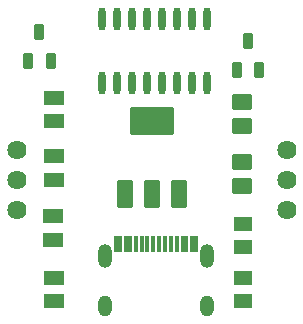
<source format=gts>
G04 Layer: TopSolderMaskLayer*
G04 EasyEDA v6.5.15, 2022-09-30 09:11:36*
G04 c4fc160ae67e4dbf9a9ecab7d7680e70,7db2125e4611476bb2993bf99425ef50,10*
G04 Gerber Generator version 0.2*
G04 Scale: 100 percent, Rotated: No, Reflected: No *
G04 Dimensions in millimeters *
G04 leading zeros omitted , absolute positions ,4 integer and 5 decimal *
%FSLAX45Y45*%
%MOMM*%

%AMMACRO1*1,1,$1,$2,$3*1,1,$1,$4,$5*1,1,$1,0-$2,0-$3*1,1,$1,0-$4,0-$5*20,1,$1,$2,$3,$4,$5,0*20,1,$1,$4,$5,0-$2,0-$3,0*20,1,$1,0-$2,0-$3,0-$4,0-$5,0*20,1,$1,0-$4,0-$5,$2,$3,0*4,1,4,$2,$3,$4,$5,0-$2,0-$3,0-$4,0-$5,$2,$3,0*%
%ADD10MACRO1,0.2032X0.775X0.5X0.775X-0.5*%
%ADD11MACRO1,0.1016X0.35X-0.625X-0.35X-0.625*%
%ADD12MACRO1,0.1016X-0.6885X0.5663X0.6885X0.5663*%
%ADD13MACRO1,0.1016X-0.6885X-0.5663X0.6885X-0.5663*%
%ADD14MACRO1,0.2032X0.725X0.58X0.725X-0.58*%
%ADD15O,0.6020054X1.9709892*%
%ADD16MACRO1,0.2032X-0.5461X1.0795X0.5461X1.0795*%
%ADD17MACRO1,0.2032X-1.7526X1.0795X1.7526X1.0795*%
%ADD18MACRO1,0.1016X-0.15X0.65X0.15X0.65*%
%ADD19O,1.1999976X1.7999964*%
%ADD20O,1.1999976X1.9999959999999999*%
%ADD21C,1.6256*%

%LPD*%
D10*
G01*
X7899400Y11872899D03*
G01*
X7899400Y11672900D03*
G01*
X7899400Y11377599D03*
G01*
X7899400Y11177600D03*
G01*
X7886700Y10869599D03*
G01*
X7886700Y10669600D03*
G01*
X7899400Y10348899D03*
G01*
X7899400Y10148900D03*
D11*
G01*
X7772400Y12431268D03*
G01*
X7867396Y12181331D03*
G01*
X7677403Y12181331D03*
G01*
X9537700Y12355068D03*
G01*
X9632696Y12105131D03*
G01*
X9442703Y12105131D03*
D12*
G01*
X9499600Y10609473D03*
D13*
G01*
X9499600Y10802726D03*
D12*
G01*
X9499600Y10152273D03*
D13*
G01*
X9499600Y10345526D03*
D14*
G01*
X9486900Y11836400D03*
G01*
X9486900Y11633200D03*
G01*
X9486900Y11328400D03*
G01*
X9486900Y11125200D03*
D15*
G01*
X8305800Y11994642D03*
G01*
X8432800Y11994642D03*
G01*
X8559800Y11994642D03*
G01*
X8686800Y11994642D03*
G01*
X8813800Y11994642D03*
G01*
X8940800Y11994642D03*
G01*
X9067800Y11994642D03*
G01*
X9194800Y11994642D03*
G01*
X8305800Y12541758D03*
G01*
X8432800Y12541758D03*
G01*
X8559800Y12541758D03*
G01*
X8686800Y12541758D03*
G01*
X8813800Y12541758D03*
G01*
X8940800Y12541758D03*
G01*
X9067800Y12541758D03*
G01*
X9194800Y12541758D03*
D16*
G01*
X8495030Y11056620D03*
G01*
X8726169Y11056620D03*
G01*
X8954769Y11056620D03*
D17*
G01*
X8726169Y11676379D03*
D18*
G01*
X8423001Y10638327D03*
G01*
X8458003Y10638327D03*
G01*
X8507001Y10638327D03*
G01*
X8538999Y10638330D03*
G01*
X8987000Y10638327D03*
G01*
X9018000Y10638330D03*
G01*
X9068000Y10638330D03*
G01*
X9098000Y10638330D03*
G01*
X8587995Y10638325D03*
G01*
X8638007Y10638325D03*
G01*
X8687995Y10638327D03*
G01*
X8738007Y10638325D03*
G01*
X8787994Y10638327D03*
G01*
X8838007Y10638325D03*
G01*
X8887969Y10638325D03*
G01*
X8938007Y10638325D03*
D19*
G01*
X9195003Y10113467D03*
D20*
G01*
X9195003Y10531475D03*
G01*
X8330996Y10531475D03*
D19*
G01*
X8330996Y10113467D03*
D21*
G01*
X7581900Y11430000D03*
G01*
X7581900Y11176000D03*
G01*
X7581900Y10922000D03*
G01*
X9867900Y11430000D03*
G01*
X9867900Y11176000D03*
G01*
X9867900Y10922000D03*
M02*

</source>
